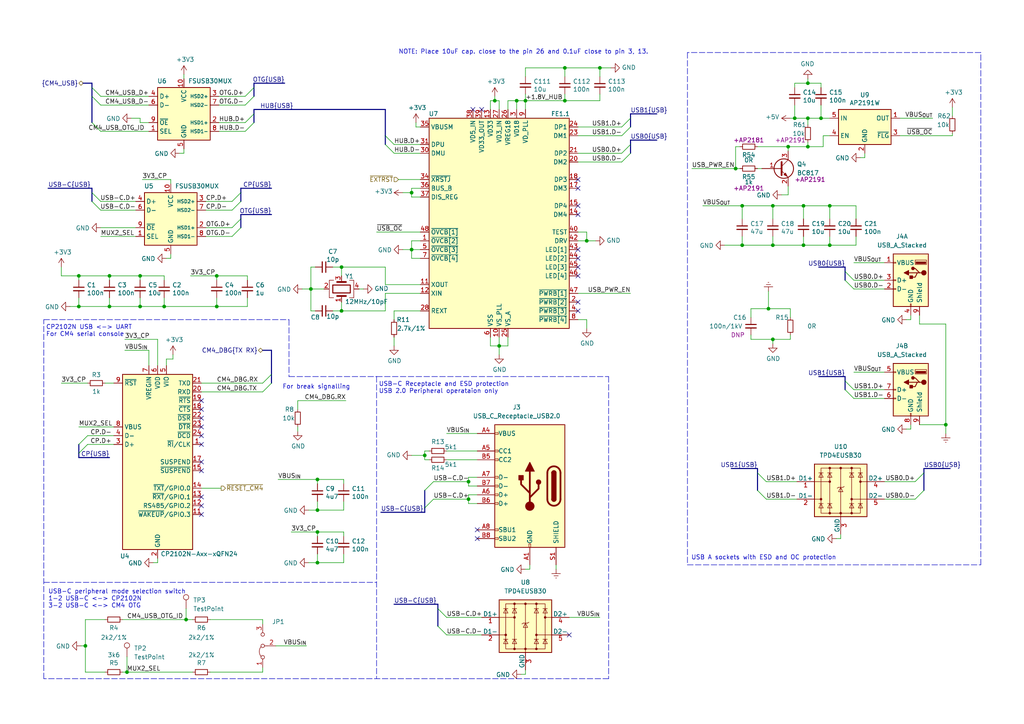
<source format=kicad_sch>
(kicad_sch (version 20211123) (generator eeschema)
  (paper "A4")
  (title_block (title "USB 2.0 host/USB 2.0 device") (date "2022-01-08") (rev "1.1") (company "Nabu Casa") (comment 1 "www.nabucasa.com") (comment 2 "Yellow"))
  (bus_alias "I2C" (members "SDA" "SCL"))
  (bus_alias "CM4_USB" (members "CM4_USB_D+" "CM4_USB_D-" "CM4_USB_OTG_ID"))
  (bus_alias "USB" (members "D+" "D-"))
  (junction (at 215.265 71.12) (diameter 0.9144))
  (junction (at 31.75 80.01) (diameter 0.9144))
  (junction (at 92.075 139.065) (diameter 0.9144))
  (junction (at 40.64 80.01) (diameter 0.9144))
  (junction (at 149.86 29.21) (diameter 0.9144))
  (junction (at 213.36 48.895))
  (junction (at 22.86 88.9) (diameter 0.9144))
  (junction (at 215.265 59.69) (diameter 0.9144))
  (junction (at 233.045 71.12) (diameter 0.9144))
  (junction (at 119.38 55.88) (diameter 0.9144))
  (junction (at 24.765 187.325) (diameter 0.9144))
  (junction (at 240.665 59.69) (diameter 0.9144))
  (junction (at 53.975 179.705) (diameter 0.9144))
  (junction (at 234.315 24.13) (diameter 0.9144))
  (junction (at 92.075 154.305) (diameter 0.9144))
  (junction (at 224.155 71.12) (diameter 0.9144))
  (junction (at 92.075 147.955) (diameter 0.9144))
  (junction (at 228.6 42.545))
  (junction (at 173.99 19.685) (diameter 0.9144))
  (junction (at 234.315 42.545))
  (junction (at 230.505 34.29) (diameter 0.9144))
  (junction (at 135.89 144.78) (diameter 0.9144))
  (junction (at 143.51 29.21) (diameter 0.9144))
  (junction (at 233.045 59.69) (diameter 0.9144))
  (junction (at 62.865 88.9) (diameter 0.9144))
  (junction (at 222.885 89.535) (diameter 0.9144))
  (junction (at 144.78 100.33) (diameter 0.9144))
  (junction (at 90.17 83.82) (diameter 0.9144))
  (junction (at 99.06 90.17) (diameter 0.9144))
  (junction (at 119.38 72.39) (diameter 0.9144))
  (junction (at 152.4 29.21) (diameter 0.9144))
  (junction (at 123.19 132.08) (diameter 0.9144))
  (junction (at 135.89 139.7) (diameter 0.9144))
  (junction (at 40.64 88.9) (diameter 0.9144))
  (junction (at 170.18 69.85) (diameter 0.9144))
  (junction (at 238.125 34.29) (diameter 0.9144))
  (junction (at 31.75 88.9) (diameter 0.9144))
  (junction (at 99.06 77.47) (diameter 0.9144))
  (junction (at 240.665 71.12) (diameter 0.9144))
  (junction (at 224.155 59.69) (diameter 0.9144))
  (junction (at 47.625 88.9) (diameter 0.9144))
  (junction (at 274.32 123.19) (diameter 0.9144))
  (junction (at 163.83 19.685) (diameter 0.9144))
  (junction (at 92.075 163.195) (diameter 0.9144))
  (junction (at 36.83 194.945) (diameter 0.9144))
  (junction (at 224.155 98.425) (diameter 0.9144))
  (junction (at 163.83 29.21) (diameter 0.9144))
  (junction (at 234.315 34.29))
  (junction (at 62.865 80.01) (diameter 0.9144))
  (junction (at 22.86 80.01) (diameter 0.9144))
  (no_connect (at 167.64 77.47))
  (no_connect (at 138.43 153.67))
  (no_connect (at 167.64 87.63))
  (no_connect (at 138.43 156.21))
  (no_connect (at 167.64 90.17))
  (no_connect (at 58.42 126.365))
  (no_connect (at 58.42 116.205))
  (no_connect (at 58.42 118.745))
  (no_connect (at 58.42 121.285))
  (no_connect (at 58.42 123.825))
  (no_connect (at 58.42 128.905))
  (no_connect (at 58.42 133.985))
  (no_connect (at 58.42 136.525))
  (no_connect (at 58.42 144.145))
  (no_connect (at 58.42 146.685))
  (no_connect (at 58.42 149.225))
  (no_connect (at 167.64 54.61))
  (no_connect (at 167.64 80.01))
  (no_connect (at 165.1 184.15))
  (no_connect (at 139.7 31.75))
  (no_connect (at 137.16 31.75))
  (no_connect (at 167.64 72.39))
  (no_connect (at 167.64 74.93))
  (no_connect (at 167.64 52.07))
  (no_connect (at 167.64 62.23))
  (no_connect (at 167.64 59.69))
  (bus_entry (at 180.34 36.83) (size 2.54 -2.54) (stroke (width 0.1524)))
  (bus_entry (at 180.34 44.45) (size 2.54 -2.54) (stroke (width 0.1524)))
  (bus_entry (at 76.2 113.665) (size 2.54 -2.54) (stroke (width 0.1524)))
  (bus_entry (at 222.25 144.78) (size -2.54 -2.54) (stroke (width 0.1524)))
  (bus_entry (at 73.66 25.4) (size -2.54 2.54) (stroke (width 0.1524)))
  (bus_entry (at 180.34 46.99) (size 2.54 -2.54) (stroke (width 0.1524)))
  (bus_entry (at 69.85 63.5) (size -2.54 2.54) (stroke (width 0.1524)))
  (bus_entry (at 69.85 66.04) (size -2.54 2.54) (stroke (width 0.1524)))
  (bus_entry (at 123.19 142.24) (size 2.54 -2.54) (stroke (width 0.1524)))
  (bus_entry (at 265.43 144.78) (size 2.54 -2.54) (stroke (width 0.1524)))
  (bus_entry (at 26.67 27.94) (size 2.54 2.54) (stroke (width 0.1524)))
  (bus_entry (at 22.86 131.445) (size 2.54 -2.54) (stroke (width 0.1524)))
  (bus_entry (at 69.85 58.42) (size -2.54 2.54) (stroke (width 0.1524)))
  (bus_entry (at 123.19 147.32) (size 2.54 -2.54) (stroke (width 0.1524)))
  (bus_entry (at 222.25 139.7) (size -2.54 -2.54) (stroke (width 0.1524)))
  (bus_entry (at 69.85 55.88) (size -2.54 2.54) (stroke (width 0.1524)))
  (bus_entry (at 73.66 33.02) (size -2.54 2.54) (stroke (width 0.1524)))
  (bus_entry (at 26.67 58.42) (size 2.54 2.54) (stroke (width 0.1524)))
  (bus_entry (at 73.66 27.94) (size -2.54 2.54) (stroke (width 0.1524)))
  (bus_entry (at 127 181.61) (size 2.54 2.54) (stroke (width 0.1524)))
  (bus_entry (at 180.34 39.37) (size 2.54 -2.54) (stroke (width 0.1524)))
  (bus_entry (at 247.65 115.57) (size -2.54 -2.54) (stroke (width 0.1524)))
  (bus_entry (at 26.67 35.56) (size 2.54 2.54) (stroke (width 0.1524)))
  (bus_entry (at 247.65 83.82) (size -2.54 -2.54) (stroke (width 0.1524)))
  (bus_entry (at 26.67 55.88) (size 2.54 2.54) (stroke (width 0.1524)))
  (bus_entry (at 73.66 35.56) (size -2.54 2.54) (stroke (width 0.1524)))
  (bus_entry (at 111.76 41.91) (size 2.54 2.54) (stroke (width 0.1524)))
  (bus_entry (at 76.2 111.125) (size 2.54 -2.54) (stroke (width 0.1524)))
  (bus_entry (at 247.65 81.28) (size -2.54 -2.54) (stroke (width 0.1524)))
  (bus_entry (at 26.67 25.4) (size 2.54 2.54) (stroke (width 0.1524)))
  (bus_entry (at 247.65 113.03) (size -2.54 -2.54) (stroke (width 0.1524)))
  (bus_entry (at 127 176.53) (size 2.54 2.54) (stroke (width 0.1524)))
  (bus_entry (at 22.86 128.905) (size 2.54 -2.54) (stroke (width 0.1524)))
  (bus_entry (at 265.43 139.7) (size 2.54 -2.54) (stroke (width 0.1524)))
  (bus_entry (at 111.76 39.37) (size 2.54 2.54) (stroke (width 0.1524)))
  (wire (pts (xy 234.315 22.86) (xy 234.315 24.13)))
  (wire (pts (xy 167.64 46.99) (xy 180.34 46.99)))
  (wire (pts (xy 217.805 98.425) (xy 224.155 98.425)))
  (wire (pts (xy 147.32 97.79) (xy 147.32 100.33)))
  (wire (pts (xy 147.32 100.33) (xy 144.78 100.33)))
  (wire (pts (xy 215.265 59.69) (xy 215.265 63.5)))
  (wire (pts (xy 58.42 141.605) (xy 64.135 141.605)))
  (wire (pts (xy 40.64 86.36) (xy 40.64 88.9)))
  (wire (pts (xy 147.32 29.21) (xy 149.86 29.21)))
  (wire (pts (xy 147.32 31.75) (xy 147.32 29.21)))
  (wire (pts (xy 149.86 29.21) (xy 149.86 31.75)))
  (wire (pts (xy 135.89 140.97) (xy 138.43 140.97)))
  (wire (pts (xy 222.885 89.535) (xy 217.805 89.535)))
  (wire (pts (xy 260.985 39.37) (xy 276.225 39.37)))
  (wire (pts (xy 114.3 44.45) (xy 121.92 44.45)))
  (wire (pts (xy 86.36 116.205) (xy 100.33 116.205)))
  (wire (pts (xy 99.695 160.655) (xy 99.695 163.195)))
  (wire (pts (xy 119.38 72.39) (xy 121.92 72.39)))
  (wire (pts (xy 210.185 71.12) (xy 215.265 71.12)))
  (wire (pts (xy 23.495 187.325) (xy 24.765 187.325)))
  (wire (pts (xy 24.765 179.705) (xy 30.48 179.705)))
  (wire (pts (xy 24.765 187.325) (xy 24.765 179.705)))
  (wire (pts (xy 119.38 57.15) (xy 119.38 55.88)))
  (wire (pts (xy 121.92 57.15) (xy 119.38 57.15)))
  (wire (pts (xy 274.32 123.19) (xy 274.32 125.73)))
  (wire (pts (xy 240.665 59.69) (xy 240.665 63.5)))
  (wire (pts (xy 115.57 52.07) (xy 121.92 52.07)))
  (wire (pts (xy 144.78 100.33) (xy 144.78 102.87)))
  (wire (pts (xy 90.17 83.82) (xy 90.17 90.17)))
  (wire (pts (xy 116.84 55.88) (xy 119.38 55.88)))
  (wire (pts (xy 119.38 54.61) (xy 121.92 54.61)))
  (wire (pts (xy 119.38 55.88) (xy 119.38 54.61)))
  (wire (pts (xy 63.5 27.94) (xy 71.12 27.94)))
  (wire (pts (xy 152.4 29.21) (xy 163.83 29.21)))
  (wire (pts (xy 247.65 113.03) (xy 256.54 113.03)))
  (wire (pts (xy 217.805 89.535) (xy 217.805 92.075)))
  (bus (pts (xy 245.11 77.47) (xy 237.49 77.47)))
  (bus (pts (xy 182.88 33.02) (xy 182.88 34.29)))
  (bus (pts (xy 182.88 34.29) (xy 182.88 36.83)))
  (wire (pts (xy 219.71 48.895) (xy 220.98 48.895)))
  (wire (pts (xy 135.89 146.05) (xy 135.89 144.78)))
  (wire (pts (xy 60.96 194.945) (xy 76.2 194.945)))
  (wire (pts (xy 76.2 194.945) (xy 76.2 193.675)))
  (wire (pts (xy 266.7 91.44) (xy 266.7 93.98)))
  (wire (pts (xy 71.755 88.9) (xy 71.755 86.36)))
  (wire (pts (xy 62.865 88.9) (xy 71.755 88.9)))
  (wire (pts (xy 47.625 88.9) (xy 62.865 88.9)))
  (wire (pts (xy 40.64 88.9) (xy 47.625 88.9)))
  (wire (pts (xy 129.54 130.81) (xy 138.43 130.81)))
  (wire (pts (xy 264.16 124.46) (xy 264.16 123.19)))
  (wire (pts (xy 167.64 44.45) (xy 180.34 44.45)))
  (wire (pts (xy 125.73 144.78) (xy 135.89 144.78)))
  (wire (pts (xy 47.625 81.28) (xy 47.625 80.01)))
  (wire (pts (xy 47.625 80.01) (xy 40.64 80.01)))
  (polyline (pts (xy 88.9 196.85) (xy 12.7 196.85)) (stroke (width 0) (type dash)))
  (wire (pts (xy 29.21 38.1) (xy 43.18 38.1)))
  (wire (pts (xy 276.225 39.37) (xy 276.225 38.735)))
  (polyline (pts (xy 12.7 168.91) (xy 109.22 168.91)) (stroke (width 0) (type dash)))
  (wire (pts (xy 233.045 71.12) (xy 240.665 71.12)))
  (polyline (pts (xy 199.39 163.83) (xy 284.48 163.83)) (stroke (width 0) (type dash)))
  (wire (pts (xy 152.4 165.1) (xy 153.67 165.1)))
  (wire (pts (xy 96.52 77.47) (xy 99.06 77.47)))
  (wire (pts (xy 91.44 77.47) (xy 90.17 77.47)))
  (bus (pts (xy 22.86 131.445) (xy 22.86 132.715)))
  (bus (pts (xy 22.86 128.905) (xy 22.86 131.445)))
  (wire (pts (xy 63.5 30.48) (xy 71.12 30.48)))
  (wire (pts (xy 173.99 19.685) (xy 163.83 19.685)))
  (wire (pts (xy 177.165 19.685) (xy 173.99 19.685)))
  (wire (pts (xy 152.4 19.685) (xy 152.4 22.225)))
  (wire (pts (xy 163.83 19.685) (xy 152.4 19.685)))
  (wire (pts (xy 229.235 89.535) (xy 222.885 89.535)))
  (wire (pts (xy 22.86 123.825) (xy 33.02 123.825)))
  (wire (pts (xy 151.13 195.58) (xy 152.4 195.58)))
  (wire (pts (xy 62.865 80.01) (xy 71.755 80.01)))
  (wire (pts (xy 71.755 80.01) (xy 71.755 81.28)))
  (wire (pts (xy 55.245 80.01) (xy 62.865 80.01)))
  (wire (pts (xy 276.225 31.115) (xy 276.225 33.655)))
  (wire (pts (xy 119.38 72.39) (xy 119.38 74.93)))
  (wire (pts (xy 119.38 74.93) (xy 121.92 74.93)))
  (wire (pts (xy 119.38 132.08) (xy 123.19 132.08)))
  (polyline (pts (xy 83.82 109.22) (xy 109.22 109.22)) (stroke (width 0) (type dash)))
  (polyline (pts (xy 83.82 92.71) (xy 83.82 109.22)) (stroke (width 0) (type dash)))
  (wire (pts (xy 99.695 155.575) (xy 99.695 154.305)))
  (wire (pts (xy 114.3 41.91) (xy 121.92 41.91)))
  (wire (pts (xy 249.555 45.72) (xy 250.825 45.72)))
  (wire (pts (xy 99.06 87.63) (xy 99.06 90.17)))
  (wire (pts (xy 152.4 27.305) (xy 152.4 29.21)))
  (wire (pts (xy 52.07 44.45) (xy 53.34 44.45)))
  (wire (pts (xy 25.4 111.125) (xy 17.78 111.125)))
  (wire (pts (xy 214.63 48.895) (xy 213.36 48.895)))
  (wire (pts (xy 200.66 48.895) (xy 213.36 48.895)))
  (wire (pts (xy 96.52 90.17) (xy 99.06 90.17)))
  (wire (pts (xy 138.43 143.51) (xy 135.89 143.51)))
  (wire (pts (xy 31.75 80.01) (xy 31.75 81.28)))
  (wire (pts (xy 215.265 71.12) (xy 224.155 71.12)))
  (wire (pts (xy 92.075 154.305) (xy 92.075 155.575)))
  (wire (pts (xy 153.67 165.1) (xy 153.67 163.83)))
  (wire (pts (xy 170.18 69.85) (xy 172.72 69.85)))
  (wire (pts (xy 29.21 66.04) (xy 39.37 66.04)))
  (wire (pts (xy 89.535 147.955) (xy 92.075 147.955)))
  (wire (pts (xy 152.4 29.21) (xy 149.86 29.21)))
  (wire (pts (xy 152.4 31.75) (xy 152.4 29.21)))
  (wire (pts (xy 121.92 67.31) (xy 109.22 67.31)))
  (wire (pts (xy 167.64 92.71) (xy 170.18 92.71)))
  (wire (pts (xy 229.235 92.075) (xy 229.235 89.535)))
  (wire (pts (xy 121.92 82.55) (xy 111.76 82.55)))
  (wire (pts (xy 215.265 59.69) (xy 224.155 59.69)))
  (bus (pts (xy 111.76 31.75) (xy 111.76 39.37)))
  (bus (pts (xy 111.76 39.37) (xy 111.76 41.91)))
  (wire (pts (xy 49.53 52.07) (xy 49.53 53.34)))
  (wire (pts (xy 99.695 145.415) (xy 99.695 147.955)))
  (polyline (pts (xy 12.7 92.71) (xy 83.82 92.71)) (stroke (width 0) (type dash)))
  (wire (pts (xy 99.06 90.17) (xy 111.76 90.17)))
  (wire (pts (xy 53.34 21.59) (xy 53.34 22.86)))
  (wire (pts (xy 229.235 34.29) (xy 230.505 34.29)))
  (wire (pts (xy 129.54 184.15) (xy 139.7 184.15)))
  (wire (pts (xy 248.285 71.12) (xy 248.285 68.58)))
  (wire (pts (xy 230.505 30.48) (xy 230.505 34.29)))
  (wire (pts (xy 173.99 179.07) (xy 165.1 179.07)))
  (wire (pts (xy 230.505 24.13) (xy 230.505 25.4)))
  (wire (pts (xy 222.885 84.455) (xy 222.885 89.535)))
  (wire (pts (xy 59.69 66.04) (xy 67.31 66.04)))
  (wire (pts (xy 99.06 77.47) (xy 99.06 80.01)))
  (wire (pts (xy 53.34 44.45) (xy 53.34 43.18)))
  (wire (pts (xy 17.78 80.01) (xy 22.86 80.01)))
  (wire (pts (xy 247.65 115.57) (xy 256.54 115.57)))
  (wire (pts (xy 114.3 90.17) (xy 121.92 90.17)))
  (wire (pts (xy 142.24 29.21) (xy 143.51 29.21)))
  (wire (pts (xy 142.24 31.75) (xy 142.24 29.21)))
  (wire (pts (xy 143.51 29.21) (xy 144.78 29.21)))
  (wire (pts (xy 144.78 29.21) (xy 144.78 31.75)))
  (wire (pts (xy 92.075 160.655) (xy 92.075 163.195)))
  (wire (pts (xy 266.7 123.19) (xy 274.32 123.19)))
  (wire (pts (xy 41.275 52.07) (xy 49.53 52.07)))
  (wire (pts (xy 224.155 71.12) (xy 233.045 71.12)))
  (wire (pts (xy 161.29 163.83) (xy 161.29 165.1)))
  (bus (pts (xy 182.88 40.64) (xy 182.88 41.91)))
  (bus (pts (xy 182.88 41.91) (xy 182.88 44.45)))
  (wire (pts (xy 39.37 58.42) (xy 29.21 58.42)))
  (wire (pts (xy 247.65 83.82) (xy 256.54 83.82)))
  (polyline (pts (xy 176.53 196.85) (xy 88.9 196.85)) (stroke (width 0) (type dash)))
  (bus (pts (xy 26.67 54.61) (xy 13.97 54.61)))
  (polyline (pts (xy 284.48 163.83) (xy 284.48 15.24)) (stroke (width 0) (type dash)))
  (wire (pts (xy 224.155 98.425) (xy 229.235 98.425)))
  (wire (pts (xy 22.86 86.36) (xy 22.86 88.9)))
  (wire (pts (xy 59.69 68.58) (xy 67.31 68.58)))
  (bus (pts (xy 245.11 109.22) (xy 237.49 109.22)))
  (wire (pts (xy 58.42 113.665) (xy 76.2 113.665)))
  (wire (pts (xy 247.65 107.95) (xy 256.54 107.95)))
  (wire (pts (xy 119.38 69.85) (xy 121.92 69.85)))
  (wire (pts (xy 116.84 72.39) (xy 119.38 72.39)))
  (wire (pts (xy 119.38 72.39) (xy 119.38 69.85)))
  (wire (pts (xy 123.19 132.08) (xy 123.19 133.35)))
  (bus (pts (xy 73.66 31.75) (xy 111.76 31.75)))
  (bus (pts (xy 26.67 24.13) (xy 26.67 25.4)))
  (bus (pts (xy 26.67 25.4) (xy 26.67 27.94)))
  (bus (pts (xy 26.67 27.94) (xy 26.67 35.56)))
  (wire (pts (xy 248.285 59.69) (xy 240.665 59.69)))
  (wire (pts (xy 99.695 140.335) (xy 99.695 139.065)))
  (wire (pts (xy 240.665 71.12) (xy 248.285 71.12)))
  (wire (pts (xy 203.835 59.69) (xy 215.265 59.69)))
  (wire (pts (xy 92.075 139.065) (xy 92.075 140.335)))
  (wire (pts (xy 144.78 97.79) (xy 144.78 100.33)))
  (wire (pts (xy 243.84 156.21) (xy 243.84 154.94)))
  (wire (pts (xy 90.17 90.17) (xy 91.44 90.17)))
  (wire (pts (xy 30.48 111.125) (xy 33.02 111.125)))
  (wire (pts (xy 29.21 27.94) (xy 43.18 27.94)))
  (wire (pts (xy 260.985 34.29) (xy 270.51 34.29)))
  (bus (pts (xy 69.85 54.61) (xy 78.74 54.61)))
  (wire (pts (xy 238.125 25.4) (xy 238.125 24.13)))
  (wire (pts (xy 40.64 34.29) (xy 38.1 34.29)))
  (wire (pts (xy 262.89 124.46) (xy 264.16 124.46)))
  (wire (pts (xy 143.51 27.94) (xy 143.51 29.21)))
  (wire (pts (xy 36.195 98.425) (xy 45.72 98.425)))
  (wire (pts (xy 45.72 98.425) (xy 45.72 106.045)))
  (wire (pts (xy 40.64 80.01) (xy 31.75 80.01)))
  (wire (pts (xy 123.19 130.81) (xy 123.19 132.08)))
  (wire (pts (xy 163.83 29.21) (xy 163.83 27.305)))
  (wire (pts (xy 234.315 24.13) (xy 230.505 24.13)))
  (wire (pts (xy 129.54 179.07) (xy 139.7 179.07)))
  (wire (pts (xy 36.83 190.5) (xy 36.83 194.945)))
  (wire (pts (xy 167.64 67.31) (xy 170.18 67.31)))
  (wire (pts (xy 170.18 67.31) (xy 170.18 69.85)))
  (wire (pts (xy 274.32 93.98) (xy 274.32 123.19)))
  (wire (pts (xy 173.99 19.685) (xy 173.99 22.225)))
  (wire (pts (xy 20.32 88.9) (xy 22.86 88.9)))
  (wire (pts (xy 111.76 82.55) (xy 111.76 77.47)))
  (bus (pts (xy 69.85 62.23) (xy 78.74 62.23)))
  (wire (pts (xy 265.43 139.7) (xy 256.54 139.7)))
  (wire (pts (xy 80.645 139.065) (xy 92.075 139.065)))
  (wire (pts (xy 228.6 56.515) (xy 226.695 56.515)))
  (wire (pts (xy 152.4 195.58) (xy 152.4 194.31)))
  (wire (pts (xy 123.19 133.35) (xy 124.46 133.35)))
  (wire (pts (xy 86.36 123.825) (xy 86.36 125.095)))
  (wire (pts (xy 238.125 24.13) (xy 234.315 24.13)))
  (wire (pts (xy 40.64 35.56) (xy 40.64 34.29)))
  (wire (pts (xy 222.25 144.78) (xy 231.14 144.78)))
  (wire (pts (xy 238.125 30.48) (xy 238.125 34.29)))
  (wire (pts (xy 264.16 92.71) (xy 264.16 91.44)))
  (bus (pts (xy 73.66 24.13) (xy 73.66 25.4)))
  (bus (pts (xy 73.66 25.4) (xy 73.66 27.94)))
  (wire (pts (xy 242.57 156.21) (xy 243.84 156.21)))
  (wire (pts (xy 135.89 144.78) (xy 135.89 143.51)))
  (wire (pts (xy 50.165 104.14) (xy 50.165 102.87)))
  (wire (pts (xy 48.26 104.14) (xy 50.165 104.14)))
  (wire (pts (xy 48.26 106.045) (xy 48.26 104.14)))
  (bus (pts (xy 267.97 135.89) (xy 275.59 135.89)))
  (bus (pts (xy 26.67 54.61) (xy 26.67 55.88)))
  (bus (pts (xy 26.67 55.88) (xy 26.67 58.42)))
  (wire (pts (xy 234.315 41.275) (xy 234.315 42.545)))
  (wire (pts (xy 229.235 98.425) (xy 229.235 97.155)))
  (wire (pts (xy 36.195 101.6) (xy 43.18 101.6)))
  (polyline (pts (xy 109.22 109.22) (xy 176.53 109.22)) (stroke (width 0) (type dash)))
  (wire (pts (xy 49.53 74.93) (xy 49.53 73.66)))
  (wire (pts (xy 99.695 154.305) (xy 92.075 154.305)))
  (wire (pts (xy 121.92 36.83) (xy 120.65 36.83)))
  (wire (pts (xy 248.285 63.5) (xy 248.285 59.69)))
  (wire (pts (xy 219.71 42.545) (xy 228.6 42.545)))
  (wire (pts (xy 217.805 97.155) (xy 217.805 98.425)))
  (polyline (pts (xy 109.22 109.22) (xy 109.22 196.85)) (stroke (width 0) (type dash)))
  (wire (pts (xy 266.7 93.98) (xy 274.32 93.98)))
  (wire (pts (xy 33.02 126.365) (xy 25.4 126.365)))
  (wire (pts (xy 62.865 86.36) (xy 62.865 88.9)))
  (wire (pts (xy 129.54 133.35) (xy 138.43 133.35)))
  (wire (pts (xy 234.315 42.545) (xy 238.76 42.545)))
  (wire (pts (xy 228.6 42.545) (xy 234.315 42.545)))
  (wire (pts (xy 228.6 43.815) (xy 228.6 42.545)))
  (wire (pts (xy 238.76 39.37) (xy 240.665 39.37)))
  (wire (pts (xy 238.76 42.545) (xy 238.76 39.37)))
  (wire (pts (xy 58.42 111.125) (xy 76.2 111.125)))
  (bus (pts (xy 219.71 135.89) (xy 212.09 135.89)))
  (bus (pts (xy 219.71 135.89) (xy 219.71 137.16)))
  (bus (pts (xy 219.71 137.16) (xy 219.71 142.24)))
  (wire (pts (xy 120.65 35.56) (xy 120.65 36.83)))
  (wire (pts (xy 22.86 80.01) (xy 22.86 81.28)))
  (wire (pts (xy 33.02 128.905) (xy 25.4 128.905)))
  (wire (pts (xy 167.64 36.83) (xy 180.34 36.83)))
  (wire (pts (xy 63.5 35.56) (xy 71.12 35.56)))
  (wire (pts (xy 92.075 145.415) (xy 92.075 147.955)))
  (wire (pts (xy 224.155 59.69) (xy 224.155 63.5)))
  (wire (pts (xy 84.455 154.305) (xy 92.075 154.305)))
  (wire (pts (xy 138.43 138.43) (xy 135.89 138.43)))
  (wire (pts (xy 40.64 80.01) (xy 40.64 81.28)))
  (wire (pts (xy 29.21 30.48) (xy 43.18 30.48)))
  (wire (pts (xy 247.65 81.28) (xy 256.54 81.28)))
  (wire (pts (xy 43.18 101.6) (xy 43.18 106.045)))
  (wire (pts (xy 135.89 140.97) (xy 135.89 139.7)))
  (wire (pts (xy 125.73 139.7) (xy 135.89 139.7)))
  (wire (pts (xy 87.63 83.82) (xy 90.17 83.82)))
  (wire (pts (xy 215.265 68.58) (xy 215.265 71.12)))
  (bus (pts (xy 69.85 62.23) (xy 69.85 63.5)))
  (bus (pts (xy 69.85 63.5) (xy 69.85 66.04)))
  (wire (pts (xy 247.65 76.2) (xy 256.54 76.2)))
  (bus (pts (xy 267.97 135.89) (xy 267.97 137.16)))
  (bus (pts (xy 267.97 137.16) (xy 267.97 142.24)))
  (wire (pts (xy 114.3 92.71) (xy 114.3 90.17)))
  (wire (pts (xy 35.56 179.705) (xy 53.975 179.705)))
  (wire (pts (xy 53.975 179.705) (xy 55.88 179.705)))
  (wire (pts (xy 99.06 77.47) (xy 111.76 77.47)))
  (wire (pts (xy 224.155 68.58) (xy 224.155 71.12)))
  (wire (pts (xy 88.9 187.325) (xy 80.01 187.325)))
  (wire (pts (xy 135.89 139.7) (xy 135.89 138.43)))
  (wire (pts (xy 53.975 176.53) (xy 53.975 179.705)))
  (wire (pts (xy 228.6 53.975) (xy 228.6 56.515)))
  (wire (pts (xy 111.76 85.09) (xy 111.76 90.17)))
  (wire (pts (xy 39.37 60.96) (xy 29.21 60.96)))
  (bus (pts (xy 123.19 148.59) (xy 110.49 148.59)))
  (wire (pts (xy 31.75 86.36) (xy 31.75 88.9)))
  (bus (pts (xy 127 175.26) (xy 114.3 175.26)))
  (wire (pts (xy 163.83 19.685) (xy 163.83 22.225)))
  (wire (pts (xy 167.64 85.09) (xy 182.88 85.09)))
  (wire (pts (xy 59.69 60.96) (xy 67.31 60.96)))
  (wire (pts (xy 63.5 38.1) (xy 71.12 38.1)))
  (wire (pts (xy 92.075 147.955) (xy 99.695 147.955)))
  (wire (pts (xy 76.2 179.705) (xy 60.96 179.705)))
  (wire (pts (xy 76.2 180.975) (xy 76.2 179.705)))
  (wire (pts (xy 29.21 68.58) (xy 39.37 68.58)))
  (wire (pts (xy 124.46 130.81) (xy 123.19 130.81)))
  (bus (pts (xy 24.13 24.13) (xy 26.67 24.13)))
  (wire (pts (xy 240.665 68.58) (xy 240.665 71.12)))
  (wire (pts (xy 238.125 34.29) (xy 240.665 34.29)))
  (wire (pts (xy 234.315 34.29) (xy 234.315 36.195)))
  (wire (pts (xy 62.865 80.01) (xy 62.865 81.28)))
  (wire (pts (xy 222.25 139.7) (xy 231.14 139.7)))
  (bus (pts (xy 182.88 40.64) (xy 190.5 40.64)))
  (wire (pts (xy 89.535 163.195) (xy 92.075 163.195)))
  (bus (pts (xy 245.11 109.22) (xy 245.11 110.49)))
  (bus (pts (xy 245.11 110.49) (xy 245.11 113.03)))
  (wire (pts (xy 230.505 34.29) (xy 234.315 34.29)))
  (wire (pts (xy 234.315 34.29) (xy 238.125 34.29)))
  (bus (pts (xy 22.86 132.715) (xy 31.75 132.715)))
  (wire (pts (xy 121.92 85.09) (xy 111.76 85.09)))
  (wire (pts (xy 170.18 69.85) (xy 167.64 69.85)))
  (bus (pts (xy 245.11 77.47) (xy 245.11 78.74)))
  (bus (pts (xy 245.11 78.74) (xy 245.11 81.28)))
  (wire (pts (xy 35.56 194.945) (xy 36.83 194.945)))
  (wire (pts (xy 36.83 194.945) (xy 55.88 194.945)))
  (wire (pts (xy 167.64 39.37) (xy 180.34 39.37)))
  (wire (pts (xy 265.43 144.78) (xy 256.54 144.78)))
  (bus (pts (xy 73.66 31.75) (xy 73.66 33.02)))
  (bus (pts (xy 73.66 33.02) (xy 73.66 35.56)))
  (wire (pts (xy 99.695 139.065) (xy 92.075 139.065)))
  (wire (pts (xy 233.045 59.69) (xy 240.665 59.69)))
  (wire (pts (xy 170.18 92.71) (xy 170.18 95.25)))
  (wire (pts (xy 104.14 83.82) (xy 105.41 83.82)))
  (wire (pts (xy 92.075 163.195) (xy 99.695 163.195)))
  (polyline (pts (xy 176.53 109.22) (xy 176.53 196.85)) (stroke (width 0) (type dash)))
  (wire (pts (xy 90.17 83.82) (xy 93.98 83.82)))
  (bus (pts (xy 69.85 54.61) (xy 69.85 55.88)))
  (bus (pts (xy 69.85 55.88) (xy 69.85 58.42)))
  (wire (pts (xy 17.78 80.01) (xy 17.78 77.47)))
  (wire (pts (xy 262.89 92.71) (xy 264.16 92.71)))
  (wire (pts (xy 47.625 86.36) (xy 47.625 88.9)))
  (polyline (pts (xy 12.7 196.85) (xy 12.7 92.71)) (stroke (width 0) (type dash)))
  (wire (pts (xy 142.24 97.79) (xy 142.24 100.33)))
  (wire (pts (xy 142.24 100.33) (xy 144.78 100.33)))
  (bus (pts (xy 182.88 33.02) (xy 190.5 33.02)))
  (wire (pts (xy 224.155 59.69) (xy 233.045 59.69)))
  (wire (pts (xy 224.155 98.425) (xy 224.155 99.695)))
  (bus (pts (xy 78.74 108.585) (xy 78.74 111.125)))
  (bus (pts (xy 78.74 101.6) (xy 78.74 108.585)))
  (bus (pts (xy 76.2 101.6) (xy 78.74 101.6)))
  (bus (pts (xy 73.66 24.13) (xy 82.55 24.13)))
  (wire (pts (xy 173.99 29.21) (xy 163.83 29.21)))
  (wire (pts (xy 173.99 27.305) (xy 173.99 29.21)))
  (wire (pts (xy 48.26 74.93) (xy 49.53 74.93)))
  (wire (pts (xy 86.36 116.205) (xy 86.36 118.745)))
  (wire (pts (xy 233.045 59.69) (xy 233.045 63.5)))
  (wire (pts (xy 135.89 146.05) (xy 138.43 146.05)))
  (polyline (pts (xy 284.48 15.24) (xy 199.39 15.24)) (stroke (width 0) (type dash)))
  (wire (pts (xy 43.18 35.56) (xy 40.64 35.56)))
  (wire (pts (xy 129.54 125.73) (xy 138.43 125.73)))
  (wire (pts (xy 214.63 42.545) (xy 213.36 42.545)))
  (wire (pts (xy 213.36 42.545) (xy 213.36 48.895)))
  (polyline (pts (xy 199.39 15.24) (xy 199.39 163.83)) (stroke (width 0) (type dash)))
  (wire (pts (xy 45.72 163.195) (xy 45.72 161.925)))
  (wire (pts (xy 250.825 45.72) (xy 250.825 44.45)))
  (wire (pts (xy 44.45 163.195) (xy 45.72 163.195)))
  (wire (pts (xy 233.045 68.58) (xy 233.045 71.12)))
  (wire (pts (xy 22.86 88.9) (xy 31.75 88.9)))
  (bus (pts (xy 123.19 142.24) (xy 123.19 147.32)))
  (bus (pts (xy 123.19 147.32) (xy 123.19 148.59)))
  (wire (pts (xy 22.86 80.01) (xy 31.75 80.01)))
  (wire (pts (xy 59.69 58.42) (xy 67.31 58.42)))
  (wire (pts (xy 30.48 194.945) (xy 24.765 194.945)))
  (wire (pts (xy 24.765 194.945) (xy 24.765 187.325)))
  (wire (pts (xy 114.3 97.79) (xy 114.3 100.33)))
  (bus (pts (xy 127 175.26) (xy 127 176.53)))
  (bus (pts (xy 127 176.53) (xy 127 181.61)))
  (wire (pts (xy 31.75 88.9) (xy 40.64 88.9)))
  (wire (pts (xy 90.17 77.47) (xy 90.17 83.82)))
  (text "USB-C Receptacle and ESD protection\nUSB 2.0 Peripheral operataion only" (at 109.855 114.3 0) (effects (font (size 1.27 1.27)) (justify left bottom)))
  (text "USB-C peripheral mode selection switch\n1-2 USB-C <-> CP2102N\n3-2 USB-C <-> CM4 OTG" (at 13.97 176.53 0) (effects (font (size 1.27 1.27)) (justify left bottom)))
  (text "USB A sockets with ESD and OC protection" (at 242.57 162.56 180) (effects (font (size 1.27 1.27)) (justify right bottom)))
  (text "CP2102N USB <-> UART\nFor CM4 serial console" (at 13.335 97.79 0) (effects (font (size 1.27 1.27)) (justify left bottom)))
  (text "NOTE: Place 10uF cap. close to the pin 26 and 0.1uF close to pin 3, 13." (at 115.57 15.875 0) (effects (font (size 1.27 1.27)) (justify left bottom)))
  (text "For break signalling" (at 81.915 113.03 0) (effects (font (size 1.27 1.27)) (justify left bottom)))
  (label "USB-C.D-" (at 39.37 60.96 180))
  (label "CP.D-" (at 59.69 60.96 0))
  (label "OTG.D+" (at 59.69 66.04 0))
  (label "3V3_CP" (at 55.245 80.01 0))
  (label "VBUS_{IN}" (at 173.99 179.07 180))
  (label "CP.D+" (at 59.69 58.42 0))
  (label "~{USB_OC}" (at 270.51 39.37 180))
  (label "VBUS_{OUT}" (at 203.835 59.69 0))
  (label "VBUS_{OUT}" (at 247.65 107.95 0))
  (label "USB0.D+" (at 247.65 81.28 0))
  (label "HUB.D+" (at 63.5 35.56 0))
  (label "CP.D+" (at 32.385 128.905 180))
  (label "VBUS_{IN}" (at 88.9 187.325 180))
  (label "USB1.D+" (at 247.65 113.03 0))
  (label "CM4_USB_D-" (at 30.48 30.48 0))
  (label "~{USB_OC}" (at 109.22 67.31 0))
  (label "CM4_DBG.RX" (at 62.865 111.125 0))
  (label "VBUS_{IN}" (at 80.645 139.065 0))
  (label "USB-C.D+" (at 129.54 179.07 0))
  (label "3V3_CP" (at 41.275 52.07 0))
  (label "USB-C.D+" (at 125.73 144.78 0))
  (label "USB1.D-" (at 222.25 144.78 0))
  (label "OTG.D+" (at 63.5 27.94 0))
  (label "USB1.D+" (at 222.25 139.7 0))
  (label "HUB.D-" (at 63.5 38.1 0))
  (label "3V3_CP" (at 17.78 111.125 0))
  (label "VBUS_{IN}" (at 129.54 125.73 0))
  (label "MUX2_SEL" (at 22.86 123.825 0))
  (label "USB1.D-" (at 180.34 39.37 180))
  (label "USB0{USB}" (at 245.11 77.47 180))
  (label "+1.8V_HUB" (at 152.4 29.21 0))
  (label "CP.D-" (at 32.385 126.365 180))
  (label "USB0.D+" (at 180.34 44.45 180))
  (label "USB_PWR_EN" (at 200.66 48.895 0))
  (label "USB-C.D-" (at 125.73 139.7 0))
  (label "OTG.D-" (at 63.5 30.48 0))
  (label "CP{USB}" (at 78.74 54.61 180))
  (label "3V3_CP" (at 36.195 98.425 0))
  (label "OTG{USB}" (at 78.74 62.23 180))
  (label "USB0.D+" (at 265.43 139.7 180))
  (label "CM4_USB_OTG_ID" (at 36.83 179.705 0))
  (label "HUB{USB}" (at 85.09 31.75 180))
  (label "MUX2_SEL" (at 36.83 194.945 0))
  (label "CM4_USB_OTG_ID" (at 41.91 38.1 180))
  (label "USB1{USB}" (at 219.71 135.89 180))
  (label "3V3_CP" (at 84.455 154.305 0))
  (label "OTG.D-" (at 59.69 68.58 0))
  (label "USB0{USB}" (at 182.88 40.64 0))
  (label "USB-C{USB}" (at 114.3 175.26 0))
  (label "USB1{USB}" (at 182.88 33.02 0))
  (label "USB1.D+" (at 180.34 36.83 180))
  (label "CM4_USB_D+" (at 30.48 27.94 0))
  (label "HUB.D-" (at 114.3 44.45 0))
  (label "USB-C{USB}" (at 13.97 54.61 0))
  (label "USB1.D-" (at 247.65 115.57 0))
  (label "MUX2_SEL" (at 29.21 68.58 0))
  (label "USB0.D-" (at 265.43 144.78 180))
  (label "USB0.D-" (at 247.65 83.82 0))
  (label "VBUS_{IN}" (at 36.195 101.6 0))
  (label "CP{USB}" (at 31.75 132.715 180))
  (label "VBUS_{OUT}" (at 270.51 34.29 180))
  (label "USB1{USB}" (at 245.11 109.22 180))
  (label "HUB.D+" (at 114.3 41.91 0))
  (label "USB0{USB}" (at 267.97 135.89 0))
  (label "USB_PWR_EN" (at 182.88 85.09 180))
  (label "CM4_DBG.RX" (at 100.33 116.205 180))
  (label "USB-C.D-" (at 129.54 184.15 0))
  (label "USB-C.D+" (at 39.37 58.42 180))
  (label "OTG{USB}" (at 82.55 24.13 180))
  (label "VBUS_{OUT}" (at 247.65 76.2 0))
  (label "CM4_DBG.TX" (at 62.865 113.665 0))
  (label "USB0.D-" (at 180.34 46.99 180))
  (label "USB-C{USB}" (at 110.49 148.59 0))
  (hierarchical_label "~{EXTRST}" (shape input) (at 115.57 52.07 180))
  (hierarchical_label "{CM4_USB}" (shape bidirectional) (at 24.13 24.13 180))
  (hierarchical_label "~{RESET_CM4}" (shape output) (at 64.135 141.605 0))
  (hierarchical_label "CM4_DBG{TX RX}" (shape bidirectional) (at 76.2 101.6 180))
  (symbol (lib_id "Device:R_Small") (at 127 133.35 90) (mirror x) (unit 1)
    (property "Reference" "R14" (at 127 135.7568 90))
    (property "Value" "5k1" (at 130.81 134.728 90))
    (property "Footprint" "Resistor_SMD:R_0402_1005Metric" (effects hide))
  )
  (symbol (lib_id "power:+3V3") (at 143.51 27.94 0) (unit 1)
    (property "Reference" "#PWR041" (effects hide))
    (property "Value" "+3V3" (at 143.8783 23.6156 0))
  )
  (symbol (lib_id "power:GND") (at 234.315 22.86 180) (unit 1)
    (property "Reference" "#PWR046" (effects hide))
    (property "Value" "GND" (at 234.2007 18.5356 0))
  )
  (symbol (lib_id "power:+3V3") (at 53.34 21.59 0) (unit 1)
    (property "Reference" "#PWR025" (effects hide))
    (property "Value" "+3V3" (at 53.7083 17.2656 0))
  )
  (symbol (lib_id "power:GND") (at 224.155 99.695 0) (unit 1)
    (property "Reference" "#PWR049" (effects hide))
    (property "Value" "GND" (at 224.2693 104.0194 0))
  )
  (symbol (lib_id "Connector:TestPoint") (at 53.975 176.53 0) (unit 1) (in_bom no)
    (property "Reference" "TP3" (at 56.007 174.0534 0) (effects (justify left)))
    (property "Value" "TestPoint" (at 56.007 176.5934 0) (effects (justify left)))
    (property "Footprint" "TestPoint:TestPoint_Pad_D1.0mm" (effects hide))
  )
  (symbol (lib_id "Device:R_Small") (at 58.42 194.945 270) (unit 1)
    (property "Reference" "R7" (at 58.42 192.2718 90))
    (property "Value" "2k2/1%" (at 58.42 189.973 90))
    (property "Footprint" "Resistor_SMD:R_0402_1005Metric" (effects hide))
  )
  (symbol (lib_id "Device:C_Small") (at 92.075 158.115 0) (unit 1)
    (property "Reference" "C10" (at 94.3992 156.9656 0) (effects (justify left)))
    (property "Value" "4u7" (at 94.399 159.264 0) (effects (justify left)))
    (property "Footprint" "Capacitor_SMD:C_0402_1005Metric" (effects hide))
  )
  (symbol (lib_id "Device:R_Small") (at 33.02 194.945 270) (unit 1)
    (property "Reference" "R5" (at 33.02 192.2718 90))
    (property "Value" "3k6" (at 33.02 189.973 90))
    (property "Footprint" "Resistor_SMD:R_0402_1005Metric" (effects hide))
  )
  (symbol (lib_id "Jumper:Jumper_3_Bridged12") (at 76.2 187.325 90) (unit 1)
    (property "Reference" "JP1" (at 82.55 180.3399 90) (effects (justify left)))
    (property "Value" "Conn_01x03_Male" (effects hide))
    (property "Footprint" "Connector_PinHeader_2.54mm:PinHeader_1x03_P2.54mm_Vertical" (effects hide))
    (property "Manufacturer" "Adam Tech" (effects hide))
    (property "PartNumber" "PH1-03-UA" (effects hide))
  )
  (symbol (lib_name "FSUSB30MUX_1") (lib_id "Yellow:FSUSB30MUX") (at 53.34 33.02 0) (unit 1)
    (property "Reference" "U6" (at 46.99 23.495 0))
    (property "Value" "FSUSB30MUX" (at 60.96 23.495 0))
    (property "Footprint" "Package_SO:MSOP-10_3x3mm_P0.5mm" (effects hide))
    (property "Datasheet" "https://www.onsemi.com/pdf/datasheet/fsusb30-d.pdf" (effects hide))
    (property "Manufacturer" "ON Semiconductor" (effects hide))
    (property "PartNumber" "FSUSB30MUX" (effects hide))
  )
  (symbol (lib_id "power:+3V3") (at 50.165 102.87 0) (unit 1)
    (property "Reference" "#PWR0163" (effects hide))
    (property "Value" "+3V3" (at 50.5333 98.5456 0))
  )
  (symbol (lib_id "Device:C_Small") (at 92.075 142.875 0) (unit 1)
    (property "Reference" "C9" (at 94.3992 141.7256 0) (effects (justify left)))
    (property "Value" "4u7" (at 94.399 144.024 0) (effects (justify left)))
    (property "Footprint" "Capacitor_SMD:C_0402_1005Metric" (effects hide))
  )
  (symbol (lib_id "Device:C_Small") (at 152.4 24.765 0) (unit 1)
    (property "Reference" "C111" (at 154.7242 23.6156 0) (effects (justify left)))
    (property "Value" "10u" (at 154.724 25.914 0) (effects (justify left)))
    (property "Footprint" "Capacitor_SMD:C_0805_2012Metric" (effects hide))
  )
  (symbol (lib_id "Device:C_Small") (at 22.86 83.82 0) (unit 1)
    (property "Reference" "C1" (at 25.1842 82.6706 0) (effects (justify left)))
    (property "Value" "100n" (at 25.184 84.969 0) (effects (justify left)))
    (property "Footprint" "Capacitor_SMD:C_0402_1005Metric" (effects hide))
  )
  (symbol (lib_id "power:GND") (at 170.18 95.25 0) (unit 1)
    (property "Reference" "#PWR0208" (effects hide))
    (property "Value" "GND" (at 170.2943 99.5744 0))
  )
  (symbol (lib_id "power:GND") (at 226.695 56.515 270) (unit 1)
    (property "Reference" "#PWR0161" (effects hide))
    (property "Value" "GND" (at 223.52 56.6293 90) (effects (justify right)))
  )
  (symbol (lib_id "Device:C_Small") (at 163.83 24.765 0) (unit 1)
    (property "Reference" "C112" (at 166.1542 23.6156 0) (effects (justify left)))
    (property "Value" "100n" (at 166.154 25.914 0) (effects (justify left)))
    (property "Footprint" "Capacitor_SMD:C_0402_1005Metric" (effects hide))
  )
  (symbol (lib_id "Device:R_Small") (at 58.42 179.705 270) (unit 1)
    (property "Reference" "R6" (at 58.42 182.1118 90))
    (property "Value" "2k2/1%" (at 58.42 184.893 90))
    (property "Footprint" "Resistor_SMD:R_0402_1005Metric" (effects hide))
  )
  (symbol (lib_id "power:GND") (at 172.72 69.85 90) (unit 1)
    (property "Reference" "#PWR0207" (effects hide))
    (property "Value" "GND" (at 175.895 69.7357 90) (effects (justify right)))
  )
  (symbol (lib_id "Device:R_Small") (at 27.94 111.125 90) (unit 1)
    (property "Reference" "R3" (at 27.94 108.7182 90))
    (property "Value" "1k" (at 27.94 113.557 90))
    (property "Footprint" "Resistor_SMD:R_0402_1005Metric" (effects hide))
  )
  (symbol (lib_id "Device:C_Small") (at 62.865 83.82 0) (unit 1)
    (property "Reference" "C4" (at 65.1892 82.6706 0) (effects (justify left)))
    (property "Value" "100n" (at 65.189 84.969 0) (effects (justify left)))
    (property "Footprint" "Capacitor_SMD:C_0402_1005Metric" (effects hide))
  )
  (symbol (lib_id "power:GND") (at 151.13 195.58 270) (unit 1)
    (property "Reference" "#PWR042" (effects hide))
    (property "Value" "GND" (at 147.955 195.6943 90) (effects (justify right)))
  )
  (symbol (lib_id "Device:C_Small") (at 31.75 83.82 0) (unit 1)
    (property "Reference" "C3" (at 34.0742 82.6706 0) (effects (justify left)))
    (property "Value" "100n" (at 34.074 84.969 0) (effects (justify left)))
    (property "Footprint" "Capacitor_SMD:C_0402_1005Metric" (effects hide))
  )
  (symbol (lib_id "power:GND") (at 152.4 165.1 270) (unit 1)
    (property "Reference" "#PWR043" (effects hide))
    (property "Value" "GND" (at 149.225 165.2143 90) (effects (justify right)))
  )
  (symbol (lib_id "Device:C_Small") (at 224.155 66.04 0) (unit 1)
    (property "Reference" "C18" (at 226.4792 64.8906 0) (effects (justify left)))
    (property "Value" "47u" (at 226.479 67.189 0) (effects (justify left)))
    (property "Footprint" "Capacitor_SMD:C_0805_2012Metric" (effects hide))
  )
  (symbol (lib_id "Transistor_BJT:BC817") (at 226.06 48.895 0) (unit 1)
    (property "Reference" "Q4" (at 231.14 47.6249 0) (effects (justify left)))
    (property "Value" "BC817" (at 231.14 50.1649 0) (effects (justify left)))
    (property "Footprint" "Package_TO_SOT_SMD:SOT-23" (effects hide))
    (property "Datasheet" "https://www.onsemi.com/pub/Collateral/BC818-D.pdf" (effects hide))
    (property "Config" "+AP2191" (at 234.95 52.07 0))
    (property "Manufacturer" "Nexperia USA" (effects hide))
    (property "PartNumber" "BC817-25,215" (effects hide))
  )
  (symbol (lib_id "power:GND") (at 262.89 124.46 270) (unit 1)
    (property "Reference" "#PWR053" (effects hide))
    (property "Value" "GND" (at 259.715 124.5743 90) (effects (justify right)))
  )
  (symbol (lib_id "power:GND") (at 119.38 132.08 270) (mirror x) (unit 1)
    (property "Reference" "#PWR039" (effects hide))
    (property "Value" "GND" (at 116.205 131.9657 90) (effects (justify right)))
  )
  (symbol (lib_id "Device:C_Small") (at 99.695 142.875 0) (unit 1)
    (property "Reference" "C11" (at 102.0192 141.7256 0) (effects (justify left)))
    (property "Value" "100n" (at 102.019 144.024 0) (effects (justify left)))
    (property "Footprint" "Capacitor_SMD:C_0402_1005Metric" (effects hide))
  )
  (symbol (lib_id "power:+3V3") (at 120.65 35.56 0) (unit 1)
    (property "Reference" "#PWR038" (effects hide))
    (property "Value" "+3V3" (at 121.0183 31.2356 0))
  )
  (symbol (lib_id "Device:R_Small") (at 217.17 48.895 270) (unit 1)
    (property "Reference" "R55" (at 217.17 51.3018 90))
    (property "Value" "1k" (at 217.17 52.813 90))
    (property "Footprint" "Resistor_SMD:R_0402_1005Metric" (effects hide))
    (property "Config" "+AP2191" (at 217.17 54.61 90))
  )
  (symbol (lib_id "power:GND") (at 89.535 147.955 270) (unit 1)
    (property "Reference" "#PWR030" (effects hide))
    (property "Value" "GND" (at 86.36 148.0693 90) (effects (justify right)))
  )
  (symbol (lib_id "power:Earth") (at 222.885 84.455 180) (unit 1)
    (property "Reference" "#PWR048" (effects hide))
    (property "Value" "Earth" (effects hide))
  )
  (symbol (lib_id "power:GND") (at 242.57 156.21 270) (unit 1)
    (property "Reference" "#PWR051" (effects hide))
    (property "Value" "GND" (at 239.395 156.3243 90) (effects (justify right)))
  )
  (symbol (lib_id "power:GND") (at 20.32 88.9 270) (unit 1)
    (property "Reference" "#PWR019" (effects hide))
    (property "Value" "GND" (at 17.145 89.0143 90) (effects (justify right)))
  )
  (symbol (lib_name "Yellow:USB_A_Stacked_1") (lib_id "Yellow:USB_A_Stacked") (at 264.16 81.28 0) (mirror y) (unit 1)
    (property "Reference" "J4" (at 261.62 68.58 0))
    (property "Value" "USB_A_Stacked" (at 261.62 71.12 0))
    (property "Footprint" "Connector_USB:USB_A_Wuerth_61400826021_Horizontal_Stacked" (effects hide))
    (property "Datasheet" " ~" (effects hide))
    (property "Manufacturer" "Molex" (effects hide))
    (property "PartNumber" "67298-4090" (effects hide))
  )
  (symbol (lib_id "power:GND") (at 89.535 163.195 270) (unit 1)
    (property "Reference" "#PWR031" (effects hide))
    (property "Value" "GND" (at 86.36 163.3093 90) (effects (justify right)))
  )
  (symbol (lib_id "power:GND") (at 116.84 72.39 270) (unit 1)
    (property "Reference" "#PWR034" (effects hide))
    (property "Value" "GND" (at 113.665 72.5043 90) (effects (justify right)))
  )
  (symbol (lib_id "Device:R_Small") (at 234.315 38.735 180) (unit 1)
    (property "Reference" "R61" (at 231.9082 36.195 0))
    (property "Value" "10k" (at 231.667 38.735 0))
    (property "Footprint" "Resistor_SMD:R_0402_1005Metric" (effects hide))
    (property "Config" "+AP2191" (at 229.235 40.64 0))
  )
  (symbol (lib_id "Device:C_Small") (at 217.805 94.615 0) (unit 1)
    (property "Reference" "C16" (at 214.5727 92.075 0))
    (property "Value" "100n/1kV" (at 210.521 94.615 0))
    (property "Footprint" "Capacitor_SMD:C_1206_3216Metric" (effects hide))
    (property "Config" "DNP" (at 213.995 97.155 0))
  )
  (symbol (lib_id "Device:R_Small") (at 276.225 36.195 180) (unit 1)
    (property "Reference" "R62" (at 273.8182 33.655 0))
    (property "Value" "10k" (at 273.577 36.195 0))
    (property "Footprint" "Resistor_SMD:R_0402_1005Metric" (effects hide))
  )
  (symbol (lib_id "Yellow:USB_A_Stacked") (at 264.16 113.03 0) (mirror y) (unit 2)
    (property "Reference" "J4" (at 261.62 100.33 0))
    (property "Value" "USB_A_Stacked" (at 261.62 102.87 0))
    (property "Footprint" "Connector_USB:USB_A_Wuerth_61400826021_Horizontal_Stacked" (effects hide))
    (property "Datasheet" " ~" (effects hide))
    (property "Manufacturer" "Molex" (effects hide))
    (property "PartNumber" "67298-4090" (effects hide))
  )
  (symbol (lib_id "Device:R_Small") (at 86.36 121.285 180) (unit 1)
    (property "Reference" "R8" (at 83.9532 118.745 0))
    (property "Value" "10k" (at 83.712 121.285 0))
    (property "Footprint" "Resistor_SMD:R_0402_1005Metric" (effects hide))
  )
  (symbol (lib_id "Device:R_Small") (at 127 130.81 90) (mirror x) (unit 1)
    (property "Reference" "R13" (at 127 128.1368 90))
    (property "Value" "5k1" (at 130.81 129.648 90))
    (property "Footprint" "Resistor_SMD:R_0402_1005Metric" (effects hide))
  )
  (symbol (lib_id "power:Earth") (at 274.32 125.73 0) (unit 1)
    (property "Reference" "#PWR054" (effects hide))
    (property "Value" "Earth" (effects hide))
  )
  (symbol (lib_id "power:GND") (at 52.07 44.45 270) (unit 1)
    (property "Reference" "#PWR026" (effects hide))
    (property "Value" "GND" (at 48.895 44.5643 90) (effects (justify right)))
  )
  (symbol (lib_id "Connector:TestPoint") (at 36.83 190.5 0) (unit 1) (in_bom no)
    (property "Reference" "TP2" (at 38.862 188.0234 0) (effects (justify left)))
    (property "Value" "TestPoint" (at 38.862 190.5634 0) (effects (justify left)))
    (property "Footprint" "TestPoint:TestPoint_Pad_D1.0mm" (effects hide))
  )
  (symbol (lib_id "power:GND") (at 262.89 92.71 270) (unit 1)
    (property "Reference" "#PWR052" (effects hide))
    (property "Value" "GND" (at 259.715 92.8243 90) (effects (justify right)))
  )
  (symbol (lib_id "power:GND") (at 48.26 74.93 270) (unit 1)
    (property "Reference" "#PWR024" (effects hide))
    (property "Value" "GND" (at 45.085 75.0443 90) (effects (justify right)))
  )
  (symbol (lib_id "power:Earth") (at 161.29 165.1 0) (unit 1)
    (property "Reference" "#PWR044" (effects hide))
    (property "Value" "Earth" (effects hide))
  )
  (symbol (lib_id "power:GND") (at 177.165 19.685 90) (unit 1)
    (property "Reference" "#PWR036" (effects hide))
    (property "Value" "GND" (at 180.34 19.5707 90) (effects (justify right)))
  )
  (symbol (lib_id "Device:C_Small") (at 233.045 66.04 0) (unit 1)
    (property "Reference" "C19" (at 235.3692 64.8906 0) (effects (justify left)))
    (property "Value" "10u" (at 235.369 67.189 0) (effects (justify left)))
    (property "Footprint" "Capacitor_SMD:C_0805_2012Metric" (effects hide))
  )
  (symbol (lib_id "Device:R_Small") (at 217.17 42.545 270) (unit 1)
    (property "Reference" "R54" (at 217.17 44.9518 90))
    (property "Value" "0R" (at 217.17 46.463 90))
    (property "Footprint" "Resistor_SMD:R_0402_1005Metric" (effects hide))
    (property "Config" "+AP2181" (at 217.17 40.64 90))
  )
  (symbol (lib_id "power:+3V3") (at 17.78 77.47 0) (unit 1)
    (property "Reference" "#PWR018" (effects hide))
    (property "Value" "+3V3" (at 18.1483 73.1456 0))
  )
  (symbol (lib_id "Device:R_Small") (at 229.235 94.615 180) (unit 1)
    (property "Reference" "R15" (at 226.8282 92.075 0))
    (property "Value" "0R" (at 235.477 94.615 0))
    (property "Footprint" "Resistor_SMD:R_1206_3216Metric" (effects hide))
  )
  (symbol (lib_id "Power_Management:AP2171W") (at 250.825 36.83 0) (unit 1)
    (property "Reference" "U9" (at 250.825 27.5398 0))
    (property "Value" "AP2191W" (at 250.825 29.8385 0))
    (property "Footprint" "Package_TO_SOT_SMD:SOT-23-5" (effects hide))
    (property "Datasheet" "https://www.diodes.com/assets/Datasheets/AP2181_91.pdf" (effects hide))
    (property "Manufacturer" "Diodes Incorporated" (effects hide))
    (property "PartNumber" "AP2191WG-7" (effects hide))
  )
  (symbol (lib_id "power:GND") (at 38.1 34.29 270) (unit 1)
    (property "Reference" "#PWR022" (effects hide))
    (property "Value" "GND" (at 34.925 34.4043 90) (effects (justify right)))
  )
  (symbol (lib_id "Device:C_Small") (at 173.99 24.765 0) (unit 1)
    (property "Reference" "C113" (at 176.3142 23.6156 0) (effects (justify left)))
    (property "Value" "100n" (at 176.314 25.914 0) (effects (justify left)))
    (property "Footprint" "Capacitor_SMD:C_0402_1005Metric" (effects hide))
  )
  (symbol (lib_id "Yellow:TPD4EUSB30") (at 243.84 142.24 0) (unit 1)
    (property "Reference" "U10" (at 243.84 129.54 0))
    (property "Value" "TPD4EUSB30" (at 243.84 132.08 0))
    (property "Footprint" "Package_SON:USON-10_2.5x1.0mm_P0.5mm" (effects hide))
    (property "Datasheet" "http://www.ti.com/lit/ds/symlink/tpd2eusb30a.pdf" (effects hide))
    (property "Manufacturer" "Texas Instruments" (effects hide))
    (property "PartNumber" "TPD4EUSB30DQAR" (effects hide))
  )
  (symbol (lib_id "power:GND") (at 249.555 45.72 270) (unit 1)
    (property "Reference" "#PWR050" (effects hide))
    (property "Value" "GND" (at 246.38 45.8343 90) (effects (justify right)))
  )
  (symbol (lib_id "power:GND") (at 114.3 100.33 0) (unit 1)
    (property "Reference" "#PWR0209" (effects hide))
    (property "Value" "GND" (at 114.4143 104.6544 0))
  )
  (symbol (lib_id "Device:C_Small") (at 47.625 83.82 0) (unit 1)
    (property "Reference" "C2" (at 49.9492 82.6706 0) (effects (justify left)))
    (property "Value" "100n" (at 49.949 84.969 0) (effects (justify left)))
    (property "Footprint" "Capacitor_SMD:C_0402_1005Metric" (effects hide))
  )
  (symbol (lib_id "power:GND") (at 86.36 125.095 0) (unit 1)
    (property "Reference" "#PWR029" (effects hide))
    (property "Value" "GND" (at 86.4743 129.4194 0))
  )
  (symbol (lib_id "Yellow:FE1.1") (at 144.78 64.77 0) (unit 1)
    (property "Reference" "U7" (at 125.73 33.02 0))
    (property "Value" "FE1.1" (at 162.56 33.02 0))
    (property "Footprint" "Package_QFP:TQFP-48_7x7mm_P0.5mm" (effects hide))
    (property "Datasheet" "https://elinux.org/images/e/ee/FE11-datasheet.pdf" (effects hide))
    (property "Manufacturer" "Terminus Tech" (effects hide))
    (property "PartNumber" "FE1.1" (effects hide))
  )
  (symbol (lib_id "Device:C_Small") (at 71.755 83.82 0) (unit 1)
    (property "Reference" "C6" (at 74.0792 82.6706 0) (effects (justify left)))
    (property "Value" "1u" (at 74.079 84.969 0) (effects (justify left)))
    (property "Footprint" "Capacitor_SMD:C_0402_1005Metric" (effects hide))
  )
  (symbol (lib_id "Device:R_Small") (at 114.3 95.25 180) (unit 1)
    (property "Reference" "R11" (at 116.9732 92.71 0))
    (property "Value" "2.7k/1%" (at 119.272 95.25 0))
    (property "Footprint" "Resistor_SMD:R_0402_1005Metric" (effects hide))
  )
  (symbol (lib_id "power:GND") (at 44.45 163.195 270) (unit 1)
    (property "Reference" "#PWR023" (effects hide))
    (property "Value" "GND" (at 41.275 163.3093 90) (effects (justify right)))
  )
  (symbol (lib_id "Device:C_Small") (at 93.98 90.17 270) (unit 1)
    (property "Reference" "C8" (at 91.44 92.0177 90))
    (property "Value" "10p" (at 96.52 91.776 90))
    (property "Footprint" "Capacitor_SMD:C_0402_1005Metric" (effects hide))
  )
  (symbol (lib_id "power:GND") (at 29.21 66.04 270) (unit 1)
    (property "Reference" "#PWR021" (effects hide))
    (property "Value" "GND" (at 26.035 66.1543 90) (effects (justify right)))
  )
  (symbol (lib_id "power:GND") (at 105.41 83.82 90) (unit 1)
    (property "Reference" "#PWR033" (effects hide))
    (property "Value" "GND" (at 108.5851 83.7057 90) (effects (justify right)))
  )
  (symbol (lib_id "Device:C_Small") (at 40.64 83.82 0) (unit 1)
    (property "Reference" "C5" (at 42.9642 82.6706 0) (effects (justify left)))
    (property "Value" "10u" (at 42.964 84.969 0) (effects (justify left)))
    (property "Footprint" "Capacitor_SMD:C_0805_2012Metric" (effects hide))
  )
  (symbol (lib_id "Device:C_Small") (at 215.265 66.04 0) (unit 1)
    (property "Reference" "C17" (at 217.5892 64.8906 0) (effects (justify left)))
    (property "Value" "47u" (at 217.589 67.189 0) (effects (justify left)))
    (property "Footprint" "Capacitor_SMD:C_0805_2012Metric" (effects hide))
  )
  (symbol (lib_id "power:+3V3") (at 276.225 31.115 0) (unit 1)
    (property "Reference" "#PWR0162" (effects hide))
    (property "Value" "+3V3" (at 276.5933 26.7906 0))
  )
  (symbol (lib_id "Device:C_Small") (at 240.665 66.04 0) (unit 1)
    (property "Reference" "C20" (at 242.9892 64.8906 0) (effects (justify left)))
    (property "Value" "10u" (at 242.989 67.189 0) (effects (justify left)))
    (property "Footprint" "Capacitor_SMD:C_0805_2012Metric" (effects hide))
  )
  (symbol (lib_id "power:GND") (at 144.78 102.87 0) (unit 1)
    (property "Reference" "#PWR0205" (effects hide))
    (property "Value" "GND" (at 144.8943 107.1944 0))
  )
  (symbol (lib_id "Connector:USB_C_Receptacle_USB2.0") (at 153.67 140.97 0) (mirror y) (unit 1)
    (property "Reference" "J3" (at 149.86 118.11 0))
    (property "Value" "USB_C_Receptacle_USB2.0" (at 149.86 120.65 0))
    (property "Footprint" "Connector_USB:USB_C_Receptacle_HRO_TYPE-C-31-M-12" (effects hide))
    (property "Datasheet" "https://www.usb.org/sites/default/files/documents/usb_type-c.zip" (effects hide))
    (property "Manufacturer" "HRO" (effects hide))
    (property "PartNumber" "TYPE-C-31-M-12" (effects hide))
  )
  (symbol (lib_id "Device:C_Small") (at 93.98 77.47 270) (unit 1)
    (property "Reference" "C7" (at 96.52 72.9677 90))
    (property "Value" "10p" (at 96.52 75.266 90))
    (property "Footprint" "Capacitor_SMD:C_0402_1005Metric" (effects hide))
  )
  (symbol (lib_id "Interface_USB:CP2102N-Axx-xQFN24") (at 45.72 133.985 0) (unit 1)
    (property "Reference" "U4" (at 36.195 161.29 0))
    (property "Value" "CP2102N-Axx-xQFN24" (at 57.785 160.655 0))
    (property "Footprint" "Package_DFN_QFN:QFN-24-1EP_4x4mm_P0.5mm_EP2.6x2.6mm" (effects hide))
    (property "Datasheet" "https://www.silabs.com/documents/public/data-sheets/cp2102n-datasheet.pdf" (effects hide))
    (property "Manufacturer" "Silicon Laboratories" (effects hide))
    (property "PartNumber" "CP2102N-A02-GQFN24" (effects hide))
  )
  (symbol (lib_id "power:+3V3") (at 116.84 55.88 90) (unit 1)
    (property "Reference" "#PWR0206" (effects hide))
    (property "Value" "+3V3" (at 111.2456 55.5117 90))
  )
  (symbol (lib_id "power:GND") (at 87.63 83.82 270) (unit 1)
    (property "Reference" "#PWR028" (effects hide))
    (property "Value" "GND" (at 84.455 83.9343 90) (effects (justify right)))
  )
  (symbol (lib_id "Device:C_Small") (at 238.125 27.94 0) (unit 1)
    (property "Reference" "C15" (at 240.4492 26.7906 0) (effects (justify left)))
    (property "Value" "100n" (at 240.449 29.089 0) (effects (justify left)))
    (property "Footprint" "Capacitor_SMD:C_0402_1005Metric" (effects hide))
  )
  (symbol (lib_id "Yellow:FSUSB30MUX") (at 49.53 63.5 0) (unit 1)
    (property "Reference" "U5" (at 43.18 53.975 0))
    (property "Value" "FSUSB30MUX" (at 57.15 53.975 0))
    (property "Footprint" "Package_SO:MSOP-10_3x3mm_P0.5mm" (effects hide))
    (property "Datasheet" "https://www.onsemi.com/pdf/datasheet/fsusb30-d.pdf" (effects hide))
    (property "Manufacturer" "ON Semiconductor" (effects hide))
    (property "PartNumber" "FSUSB30MUX" (effects hide))
  )
  (symbol (lib_id "Device:C_Small") (at 230.505 27.94 0) (unit 1)
    (property "Reference" "C14" (at 232.8292 26.7906 0) (effects (justify left)))
    (property "Value" "10u" (at 232.829 29.089 0) (effects (justify left)))
    (property "Footprint" "Capacitor_SMD:C_0805_2012Metric" (effects hide))
  )
  (symbol (lib_id "power:+5V") (at 229.235 34.29 90) (unit 1)
    (property "Reference" "#PWR045" (effects hide))
    (property "Value" "+5V" (at 226.06 33.9217 90) (effects (justify left)))
  )
  (symbol (lib_id "Device:C_Small") (at 99.695 158.115 0) (unit 1)
    (property "Reference" "C12" (at 102.0192 156.9656 0) (effects (justify left)))
    (property "Value" "100n" (at 102.019 159.264 0) (effects (justify left)))
    (property "Footprint" "Capacitor_SMD:C_0402_1005Metric" (effects hide))
  )
  (symbol (lib_id "Device:C_Small") (at 248.285 66.04 0) (unit 1)
    (property "Reference" "C21" (at 250.6092 64.8906 0) (effects (justify left)))
    (property "Value" "100n" (at 250.609 67.189 0) (effects (justify left)))
    (property "Footprint" "Capacitor_SMD:C_0402_1005Metric" (effects hide))
  )
  (symbol (lib_id "power:GND") (at 23.495 187.325 270) (unit 1)
    (property "Reference" "#PWR020" (effects hide))
    (property "Value" "GND" (at 20.32 187.4393 90) (effects (justify right)))
  )
  (symbol (lib_id "Device:Crystal_GND24") (at 99.06 83.82 90) (unit 1)
    (property "Reference" "Y1" (at 100.0761 80.1306 90) (effects (justify right)))
    (property "Value" "12MHz{slash}10pF" (at 100.076 87.509 90) (effects (justify right)))
    (property "Footprint" "Crystal:Crystal_SMD_3225-4Pin_3.2x2.5mm" (effects hide))
    (property "Datasheet" "https://datasheet.lcsc.com/lcsc/2103291134_Yangxing-Tech-X322512MMB4SI_C50430.pdf" (effects hide))
    (property "Manufacturer" "Yangxing Tech" (effects hide))
    (property "PartNumber" "X322512MMB4SI" (effects hide))
  )
  (symbol (lib_id "power:GND") (at 210.185 71.12 270) (unit 1)
    (property "Reference" "#PWR047" (effects hide))
    (property "Value" "GND" (at 207.01 71.2343 90) (effects (justify right)))
  )
  (symbol (lib_name "Yellow:TPD4EUSB30_1") (lib_id "Yellow:TPD4EUSB30") (at 152.4 181.61 0) (unit 1)
    (property "Reference" "U8" (at 152.4 168.91 0))
    (property "Value" "TPD4EUSB30" (at 152.4 171.45 0))
    (property "Footprint" "Package_SON:USON-10_2.5x1.0mm_P0.5mm" (effects hide))
    (property "Datasheet" "http://www.ti.com/lit/ds/symlink/tpd2eusb30a.pdf" (effects hide))
    (property "Manufacturer" "Texas Instruments" (effects hide))
    (property "PartNumber" "TPD4EUSB30DQAR" (effects hide))
  )
  (symbol (lib_id "Device:R_Small") (at 33.02 179.705 270) (unit 1)
    (property "Reference" "R4" (at 33.02 182.1118 90))
    (property "Value" "2k2/1%" (at 33.02 184.893 90))
    (property "Footprint" "Resistor_SMD:R_0402_1005Metric" (effects hide))
  )
)
</source>
